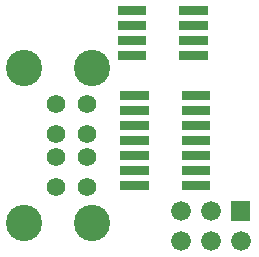
<source format=gbr>
G04 start of page 4 for group -4063 idx -4063 *
G04 Title: (unknown), componentmask *
G04 Creator: pcb 20091103 *
G04 CreationDate: Mon 14 Mar 2011 03:34:43 AM GMT UTC *
G04 For: gjhurlbu *
G04 Format: Gerber/RS-274X *
G04 PCB-Dimensions: 600000 500000 *
G04 PCB-Coordinate-Origin: lower left *
%MOIN*%
%FSLAX25Y25*%
%LNFRONTMASK*%
%ADD14C,0.0200*%
%ADD23C,0.0620*%
%ADD24C,0.1210*%
%ADD25C,0.0660*%
%ADD26R,0.0300X0.0300*%
G54D23*X59254Y398422D03*
Y388622D03*
X69554Y406322D03*
Y398422D03*
Y388622D03*
X59254Y416122D03*
Y406322D03*
X69554Y416122D03*
G54D24*X70954Y428222D03*
X48554D03*
X70954Y376522D03*
X48554D03*
G54D14*G36*
X117329Y383897D02*Y377297D01*
X123929D01*
Y383897D01*
X117329D01*
G37*
G54D25*X120629Y370597D03*
X110629Y380597D03*
Y370597D03*
X100629Y380597D03*
Y370597D03*
G54D26*X102500Y399000D02*X109000D01*
X102500Y404000D02*X109000D01*
X102500Y409000D02*X109000D01*
X102500Y414000D02*X109000D01*
X102500Y419000D02*X109000D01*
X101642Y432557D02*X108142D01*
X101642Y437557D02*X108142D01*
X101642Y442557D02*X108142D01*
X101642Y447557D02*X108142D01*
X82000Y404000D02*X88500D01*
X82000Y399000D02*X88500D01*
X82000Y394000D02*X88500D01*
X82000Y389000D02*X88500D01*
X82000Y419000D02*X88500D01*
X82000Y414000D02*X88500D01*
X82000Y409000D02*X88500D01*
X102500Y389000D02*X109000D01*
X102500Y394000D02*X109000D01*
X81142Y447557D02*X87642D01*
X81142Y442557D02*X87642D01*
X81142Y437557D02*X87642D01*
X81142Y432557D02*X87642D01*
M02*

</source>
